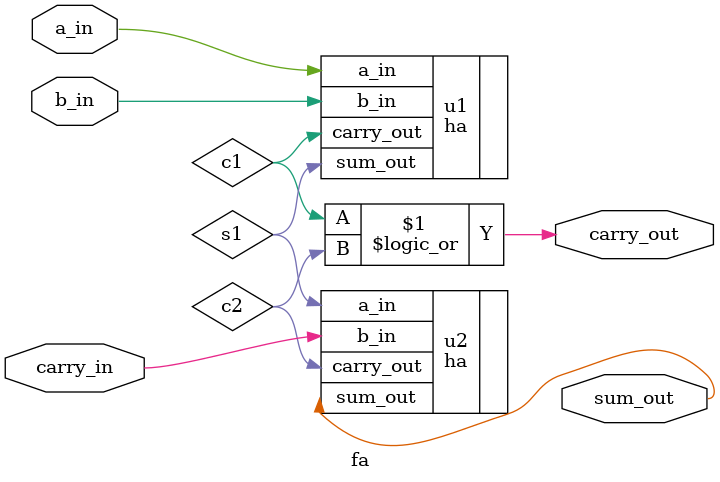
<source format=v>
`timescale 1ns / 1ps


module fa(input a_in,
          input b_in,
          input carry_in,
          output sum_out,
          output carry_out
          );
          wire s1;
          wire c1;
          wire c2;
           ha u1(  .a_in(a_in),  
            .b_in(b_in),
           .sum_out(s1),
           .carry_out(c1)
           );
             ha u2(  .a_in(s1),  
            .b_in(carry_in),
           .sum_out(sum_out),
           .carry_out(c2)
           );
           assign carry_out= c1 || c2;
           

    
endmodule

</source>
